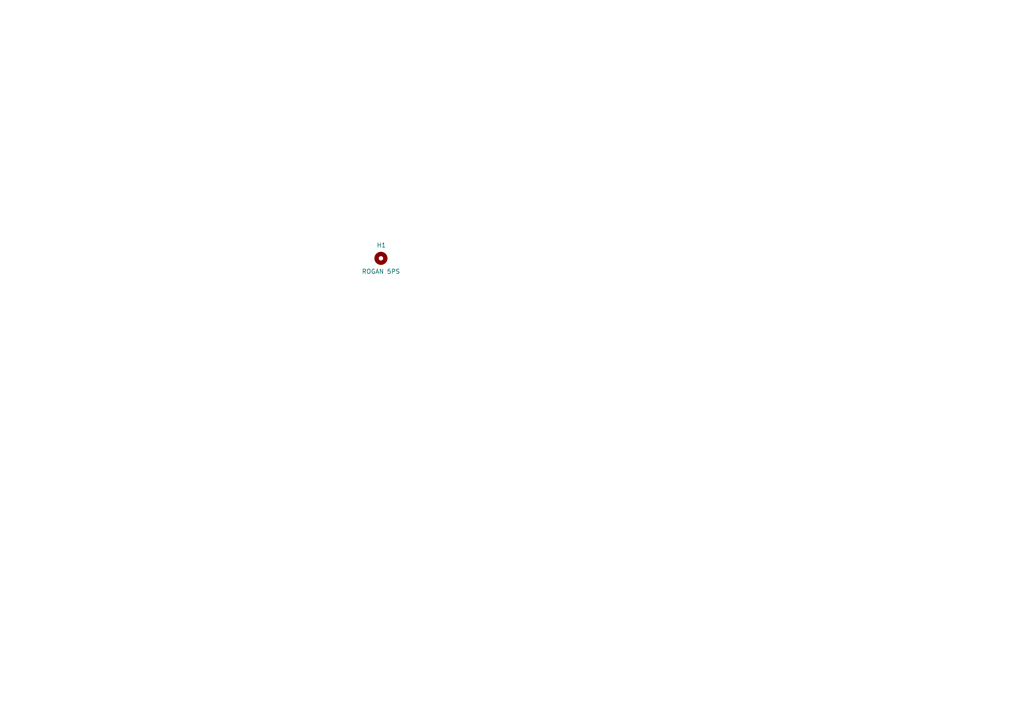
<source format=kicad_sch>
(kicad_sch (version 20211123) (generator eeschema)
  (paper "A4")
  (lib_symbols
    (symbol "Mechanical:MountingHole" (pin_names (offset 1.016))
      (property "Reference" "H" (at 0 5.08 0))
      (property "Value" "MountingHole" (at 0 3.175 0))
      (symbol "MountingHole_0_1"
        (circle (center 0 0) (radius 1.27) (stroke (width 1.27)))
      )
    )
  )
  (symbol (lib_id "Mechanical:MountingHole") (at 110.49 74.93 90) (mirror x) (unit 1)
    (property "Reference" "H1" (at 109.22 71.12 90) (effects (justify right)))
    (property "Value" "ROGAN 5PS" (at 110.49 78.74 90))
    (property "Footprint" "Empty:Empty" (effects hide))
    (property "Device" "Knob" (effects hide))
    (property "Description" "5PS - Larger Pointer (D Shaft) - Rogan PT Plastic Knob" (effects hide))
    (property "Place" "No" (effects hide))
    (property "Dist" "Thonk" (effects hide))
    (property "DistLink" "https://www.thonk.co.uk/shop/make-noise-mutable-style-knobs/" (effects hide))
  )
)
</source>
